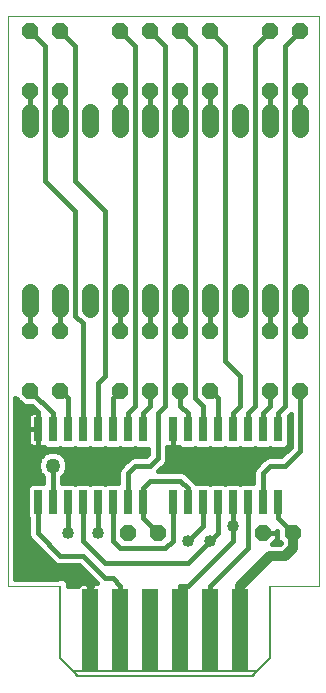
<source format=gtl>
G75*
G70*
%OFA0B0*%
%FSLAX24Y24*%
%IPPOS*%
%LPD*%
%AMOC8*
5,1,8,0,0,1.08239X$1,22.5*
%
%ADD10C,0.0000*%
%ADD11C,0.0560*%
%ADD12OC8,0.0560*%
%ADD13R,0.0260X0.0800*%
%ADD14R,0.0520X0.2756*%
%ADD15C,0.0050*%
%ADD16C,0.0160*%
%ADD17C,0.0400*%
%ADD18C,0.0240*%
%ADD19C,0.0500*%
%ADD20C,0.0320*%
D10*
X000431Y003135D02*
X000431Y022131D01*
X010801Y022131D01*
X010801Y003135D01*
X009181Y003135D01*
X002181Y003135D02*
X000431Y003135D01*
D11*
X001181Y012355D02*
X001181Y012915D01*
X002181Y012915D02*
X002181Y012355D01*
X003181Y012355D02*
X003181Y012915D01*
X004181Y012915D02*
X004181Y012355D01*
X005181Y012355D02*
X005181Y012915D01*
X006181Y012915D02*
X006181Y012355D01*
X007181Y012355D02*
X007181Y012915D01*
X008181Y012915D02*
X008181Y012355D01*
X009181Y012355D02*
X009181Y012915D01*
X010181Y012915D02*
X010181Y012355D01*
X010181Y018355D02*
X010181Y018915D01*
X009181Y018915D02*
X009181Y018355D01*
X008181Y018355D02*
X008181Y018915D01*
X007181Y018915D02*
X007181Y018355D01*
X006181Y018355D02*
X006181Y018915D01*
X005181Y018915D02*
X005181Y018355D01*
X004181Y018355D02*
X004181Y018915D01*
X003181Y018915D02*
X003181Y018355D01*
X002181Y018355D02*
X002181Y018915D01*
X001181Y018915D02*
X001181Y018355D01*
D12*
X001181Y019635D03*
X001181Y021635D03*
X002181Y021635D03*
X002181Y019635D03*
X004181Y019635D03*
X005181Y019635D03*
X006181Y019635D03*
X007181Y019635D03*
X007181Y021635D03*
X006181Y021635D03*
X005181Y021635D03*
X004181Y021635D03*
X004181Y011635D03*
X005181Y011635D03*
X006181Y011635D03*
X007181Y011635D03*
X007181Y009635D03*
X006181Y009635D03*
X005181Y009635D03*
X004181Y009635D03*
X002181Y009635D03*
X002181Y011635D03*
X001181Y011635D03*
X001181Y009635D03*
X004431Y004885D03*
X005431Y004885D03*
X008931Y004885D03*
X009931Y004885D03*
X010181Y009635D03*
X009181Y009635D03*
X009181Y011635D03*
X010181Y011635D03*
X010181Y019635D03*
X009181Y019635D03*
X009181Y021635D03*
X010181Y021635D03*
D13*
X009431Y008345D03*
X008931Y008345D03*
X008431Y008345D03*
X007931Y008345D03*
X007431Y008345D03*
X006931Y008345D03*
X006431Y008345D03*
X005931Y008345D03*
X004931Y008345D03*
X004431Y008345D03*
X003931Y008345D03*
X003431Y008345D03*
X002931Y008345D03*
X002431Y008345D03*
X001931Y008345D03*
X001431Y008345D03*
X001431Y005925D03*
X001931Y005925D03*
X002431Y005925D03*
X002931Y005925D03*
X003431Y005925D03*
X003931Y005925D03*
X004431Y005925D03*
X004931Y005925D03*
X005931Y005925D03*
X006431Y005925D03*
X006931Y005925D03*
X007431Y005925D03*
X007931Y005925D03*
X008431Y005925D03*
X008931Y005925D03*
X009431Y005925D03*
D14*
X008181Y001660D03*
X007181Y001660D03*
X006181Y001660D03*
X005181Y001660D03*
X004181Y001660D03*
X003181Y001660D03*
D15*
X002181Y000722D02*
X002619Y000285D01*
X008744Y000285D01*
X008619Y000135D01*
X002744Y000135D01*
X002619Y000285D01*
X002181Y000722D01*
X002744Y000160D01*
X002744Y000160D01*
X002619Y000285D01*
X002181Y000722D02*
X002181Y003135D01*
X008619Y000160D02*
X009181Y000722D01*
X009181Y003135D01*
X008619Y000160D02*
X008619Y000160D01*
D16*
X007181Y001660D02*
X007181Y003135D01*
X008431Y004385D01*
X008431Y005925D01*
X008181Y006535D02*
X008109Y006565D01*
X007754Y006565D01*
X007681Y006535D01*
X007609Y006565D01*
X007254Y006565D01*
X007181Y006535D01*
X007109Y006565D01*
X006754Y006565D01*
X006711Y006547D01*
X006703Y006566D01*
X006453Y006816D01*
X006363Y006906D01*
X006245Y006955D01*
X005454Y006955D01*
X005703Y007204D01*
X005751Y007321D01*
X005751Y007449D01*
X005751Y007765D01*
X005931Y007765D01*
X005931Y008345D01*
X005931Y007385D01*
X006181Y007385D01*
X006254Y007705D02*
X006165Y007741D01*
X006139Y007768D01*
X006136Y007765D01*
X005932Y007765D01*
X005932Y008345D01*
X005931Y008345D01*
X005931Y008245D02*
X005932Y008245D01*
X005931Y008086D02*
X005932Y008086D01*
X005931Y007928D02*
X005932Y007928D01*
X005931Y007769D02*
X005932Y007769D01*
X005751Y007611D02*
X009705Y007611D01*
X009697Y007741D02*
X009765Y007809D01*
X009801Y007897D01*
X009801Y008793D01*
X009799Y008800D01*
X009861Y008862D01*
X009861Y007768D01*
X009549Y007455D01*
X009118Y007455D01*
X009000Y007406D01*
X008910Y007316D01*
X008660Y007066D01*
X008611Y006949D01*
X008611Y006821D01*
X008611Y006564D01*
X008609Y006565D01*
X008254Y006565D01*
X008181Y006535D01*
X008611Y006660D02*
X006609Y006660D01*
X006451Y006818D02*
X008611Y006818D01*
X008623Y006977D02*
X005476Y006977D01*
X005634Y007135D02*
X008729Y007135D01*
X008888Y007294D02*
X005740Y007294D01*
X005751Y007452D02*
X009111Y007452D01*
X009109Y007705D02*
X009181Y007735D01*
X009254Y007705D01*
X009609Y007705D01*
X009697Y007741D01*
X009725Y007769D02*
X009861Y007769D01*
X009861Y007928D02*
X009801Y007928D01*
X009801Y008086D02*
X009861Y008086D01*
X009861Y008245D02*
X009801Y008245D01*
X009801Y008404D02*
X009861Y008404D01*
X009861Y008562D02*
X009801Y008562D01*
X009801Y008721D02*
X009861Y008721D01*
X009681Y009135D02*
X009681Y021135D01*
X010181Y021635D01*
X009181Y021635D02*
X008681Y021135D01*
X008681Y009135D01*
X008431Y008885D01*
X008431Y008345D01*
X008181Y007735D02*
X008109Y007705D01*
X007754Y007705D01*
X007681Y007735D01*
X007609Y007705D01*
X007254Y007705D01*
X007181Y007735D01*
X007109Y007705D01*
X006754Y007705D01*
X006681Y007735D01*
X006609Y007705D01*
X006254Y007705D01*
X006431Y008345D02*
X006431Y008885D01*
X006181Y009135D01*
X006181Y009635D01*
X005681Y009135D02*
X005681Y021135D01*
X005181Y021635D01*
X004681Y021135D02*
X004181Y021635D01*
X004681Y021135D02*
X004681Y009135D01*
X004431Y008885D01*
X004431Y008345D01*
X004181Y007735D02*
X004109Y007705D01*
X003754Y007705D01*
X003681Y007735D01*
X003609Y007705D01*
X003254Y007705D01*
X003181Y007735D01*
X003109Y007705D01*
X002754Y007705D01*
X002681Y007735D01*
X002609Y007705D01*
X002254Y007705D01*
X002181Y007735D01*
X002109Y007705D01*
X001754Y007705D01*
X001665Y007741D01*
X001639Y007768D01*
X001636Y007765D01*
X001432Y007765D01*
X001432Y008345D01*
X001431Y008345D01*
X001431Y008345D01*
X001121Y008345D01*
X001121Y008819D01*
X001227Y008925D01*
X001431Y008925D01*
X001431Y008345D01*
X001121Y008345D01*
X001121Y007870D01*
X001227Y007765D01*
X001431Y007765D01*
X001431Y008345D01*
X001432Y008345D01*
X001432Y008925D01*
X001439Y008925D01*
X001249Y009115D01*
X000966Y009115D01*
X000681Y009400D01*
X000681Y003375D01*
X002068Y003375D01*
X002129Y003400D01*
X002234Y003400D01*
X002331Y003360D01*
X002406Y003285D01*
X002446Y003188D01*
X002446Y003135D01*
X002764Y003135D01*
X002847Y003217D01*
X003131Y003217D01*
X003131Y003135D01*
X003231Y003135D01*
X003231Y003217D01*
X003396Y003217D01*
X002799Y003815D01*
X002245Y003815D01*
X002118Y003815D01*
X002000Y003864D01*
X001160Y004704D01*
X001111Y004821D01*
X001111Y004949D01*
X001111Y005376D01*
X001098Y005389D01*
X001061Y005477D01*
X001061Y006373D01*
X001098Y006461D01*
X001165Y006528D01*
X001254Y006565D01*
X001609Y006565D01*
X001611Y006564D01*
X001611Y006762D01*
X001516Y006857D01*
X001441Y007037D01*
X001441Y007232D01*
X001516Y007413D01*
X001654Y007550D01*
X001834Y007625D01*
X002029Y007625D01*
X002209Y007550D01*
X002347Y007413D01*
X002421Y007232D01*
X002421Y007037D01*
X002347Y006857D01*
X002251Y006762D01*
X002251Y006564D01*
X002254Y006565D01*
X002609Y006565D01*
X002681Y006535D01*
X002754Y006565D01*
X003109Y006565D01*
X003181Y006535D01*
X003254Y006565D01*
X003609Y006565D01*
X003681Y006535D01*
X003754Y006565D01*
X004109Y006565D01*
X004111Y006564D01*
X004111Y006949D01*
X004160Y007066D01*
X004250Y007156D01*
X004500Y007406D01*
X004618Y007455D01*
X004745Y007455D01*
X005049Y007455D01*
X005111Y007518D01*
X005111Y007706D01*
X005109Y007705D01*
X004754Y007705D01*
X004681Y007735D01*
X004609Y007705D01*
X004254Y007705D01*
X004181Y007735D01*
X004388Y007294D02*
X002396Y007294D01*
X002421Y007135D02*
X004229Y007135D01*
X004123Y006977D02*
X002396Y006977D01*
X002308Y006818D02*
X004111Y006818D01*
X004111Y006660D02*
X002251Y006660D01*
X001931Y007135D02*
X001931Y005925D01*
X001611Y006660D02*
X000681Y006660D01*
X000681Y006818D02*
X001555Y006818D01*
X001467Y006977D02*
X000681Y006977D01*
X000681Y007135D02*
X001441Y007135D01*
X001467Y007294D02*
X000681Y007294D01*
X000681Y007452D02*
X001556Y007452D01*
X001431Y007769D02*
X001432Y007769D01*
X001431Y007928D02*
X001432Y007928D01*
X001431Y008086D02*
X001432Y008086D01*
X001431Y008245D02*
X001432Y008245D01*
X001431Y008404D02*
X001432Y008404D01*
X001431Y008562D02*
X001432Y008562D01*
X001431Y008721D02*
X001432Y008721D01*
X001431Y008879D02*
X001432Y008879D01*
X001326Y009038D02*
X000681Y009038D01*
X000681Y009196D02*
X000885Y009196D01*
X000726Y009355D02*
X000681Y009355D01*
X000681Y008879D02*
X001181Y008879D01*
X001121Y008721D02*
X000681Y008721D01*
X000681Y008562D02*
X001121Y008562D01*
X001121Y008404D02*
X000681Y008404D01*
X000681Y008245D02*
X001121Y008245D01*
X001121Y008086D02*
X000681Y008086D01*
X000681Y007928D02*
X001121Y007928D01*
X001222Y007769D02*
X000681Y007769D01*
X000681Y007611D02*
X001800Y007611D01*
X002063Y007611D02*
X005111Y007611D01*
X005431Y007385D02*
X005181Y007135D01*
X004681Y007135D01*
X004431Y006885D01*
X004431Y005925D01*
X003931Y005925D02*
X003931Y004635D01*
X004181Y004385D01*
X005681Y004385D01*
X005931Y004635D01*
X005931Y005925D01*
X006431Y006385D02*
X006181Y006635D01*
X005181Y006635D01*
X004931Y006385D01*
X004931Y005925D01*
X004931Y005385D01*
X005431Y004885D01*
X006181Y003135D02*
X006181Y001660D01*
X006181Y003135D02*
X006431Y003135D01*
X007931Y004635D01*
X007931Y005135D01*
X007931Y005925D01*
X007431Y005925D02*
X007431Y004885D01*
X007181Y004635D01*
X006431Y003885D01*
X003681Y003885D01*
X002931Y004635D01*
X002931Y005925D01*
X002431Y005925D02*
X002431Y004885D01*
X002181Y004135D02*
X001431Y004885D01*
X001431Y005925D01*
X001097Y005391D02*
X000681Y005391D01*
X000681Y005233D02*
X001111Y005233D01*
X001111Y005074D02*
X000681Y005074D01*
X000681Y004916D02*
X001111Y004916D01*
X001138Y004757D02*
X000681Y004757D01*
X000681Y004599D02*
X001265Y004599D01*
X001424Y004440D02*
X000681Y004440D01*
X000681Y004281D02*
X001582Y004281D01*
X001741Y004123D02*
X000681Y004123D01*
X000681Y003964D02*
X001899Y003964D01*
X002181Y004135D02*
X002931Y004135D01*
X003681Y003385D01*
X003931Y003385D01*
X004181Y003135D01*
X004181Y001660D01*
X003284Y003330D02*
X002361Y003330D01*
X002446Y003172D02*
X002801Y003172D01*
X002966Y003647D02*
X000681Y003647D01*
X000681Y003489D02*
X003125Y003489D01*
X003131Y003172D02*
X003231Y003172D01*
X002808Y003806D02*
X000681Y003806D01*
X000681Y005550D02*
X001061Y005550D01*
X001061Y005708D02*
X000681Y005708D01*
X000681Y005867D02*
X001061Y005867D01*
X001061Y006025D02*
X000681Y006025D01*
X000681Y006184D02*
X001061Y006184D01*
X001061Y006343D02*
X000681Y006343D01*
X000681Y006501D02*
X001138Y006501D01*
X001931Y008345D02*
X001931Y008885D01*
X001181Y009635D01*
X001181Y011635D02*
X001181Y012635D01*
X002181Y012635D02*
X002181Y011635D01*
X002681Y012135D02*
X002681Y015635D01*
X001681Y016635D01*
X001681Y021135D01*
X001181Y021635D01*
X001181Y019635D02*
X001181Y018635D01*
X002181Y018635D02*
X002181Y019635D01*
X002681Y021135D02*
X002681Y016635D01*
X003681Y015635D01*
X003681Y010135D01*
X003431Y009885D01*
X003431Y008345D01*
X002931Y008345D02*
X002931Y011885D01*
X002681Y012135D01*
X002181Y009635D02*
X002431Y009385D01*
X002431Y008345D01*
X002307Y007452D02*
X004611Y007452D01*
X004931Y008345D02*
X004931Y008885D01*
X005181Y009135D01*
X005181Y009635D01*
X005681Y009135D02*
X005431Y008885D01*
X005431Y007385D01*
X006431Y006385D02*
X006431Y005925D01*
X006931Y005925D02*
X006931Y005135D01*
X006431Y004635D01*
X008181Y007735D02*
X008254Y007705D01*
X008609Y007705D01*
X008681Y007735D01*
X008754Y007705D01*
X009109Y007705D01*
X009181Y007135D02*
X009681Y007135D01*
X010181Y007635D01*
X010181Y009635D01*
X009681Y009135D02*
X009431Y008885D01*
X009431Y008345D01*
X008931Y008885D02*
X009181Y009135D01*
X009181Y009635D01*
X008931Y008885D02*
X008931Y008345D01*
X008181Y009135D02*
X008181Y010135D01*
X007681Y010635D01*
X007681Y021135D01*
X007181Y021635D01*
X006681Y021135D02*
X006181Y021635D01*
X006681Y021135D02*
X006681Y009385D01*
X006931Y009135D01*
X006931Y008345D01*
X007431Y008345D02*
X007431Y009385D01*
X007181Y009635D01*
X007931Y008885D02*
X007931Y008345D01*
X007931Y008885D02*
X008181Y009135D01*
X009181Y007135D02*
X008931Y006885D01*
X008931Y005925D01*
X009431Y005925D02*
X009431Y005385D01*
X009931Y004885D01*
X009531Y004550D02*
X009516Y004535D01*
X009232Y004535D01*
X009391Y004694D01*
X009391Y004885D01*
X009391Y004972D01*
X009411Y004952D01*
X009411Y004670D01*
X009531Y004550D01*
X009482Y004599D02*
X009295Y004599D01*
X009391Y004757D02*
X009411Y004757D01*
X009391Y004885D02*
X008932Y004885D01*
X009391Y004885D01*
X009391Y004916D02*
X009411Y004916D01*
X008932Y004885D02*
X008932Y004885D01*
X009181Y011635D02*
X009181Y012635D01*
X010181Y012635D02*
X010181Y011635D01*
X007181Y011635D02*
X007181Y012635D01*
X006181Y012635D02*
X006181Y011635D01*
X005181Y011635D02*
X005181Y012635D01*
X004181Y012635D02*
X004181Y011635D01*
X004181Y009635D02*
X003931Y009385D01*
X003931Y008345D01*
X003431Y005925D02*
X003431Y004885D01*
X004181Y018635D02*
X004181Y019635D01*
X005181Y019635D02*
X005181Y018635D01*
X006181Y018635D02*
X006181Y019635D01*
X007181Y019635D02*
X007181Y018635D01*
X009181Y018635D02*
X009181Y019635D01*
X010181Y019635D02*
X010181Y018635D01*
X002681Y021135D02*
X002181Y021635D01*
D17*
X001181Y007385D03*
X002431Y004885D03*
X003431Y004885D03*
X006181Y007385D03*
X006431Y004635D03*
X007181Y004635D03*
X007931Y005135D03*
X008181Y006885D03*
D18*
X003181Y003135D02*
X003181Y001660D01*
X003181Y003135D02*
X002681Y003635D01*
D19*
X001931Y007135D03*
D20*
X008181Y003135D02*
X008181Y001660D01*
X008181Y003135D02*
X009181Y004135D01*
X009681Y004135D01*
X009931Y004385D01*
X009931Y004885D01*
M02*

</source>
